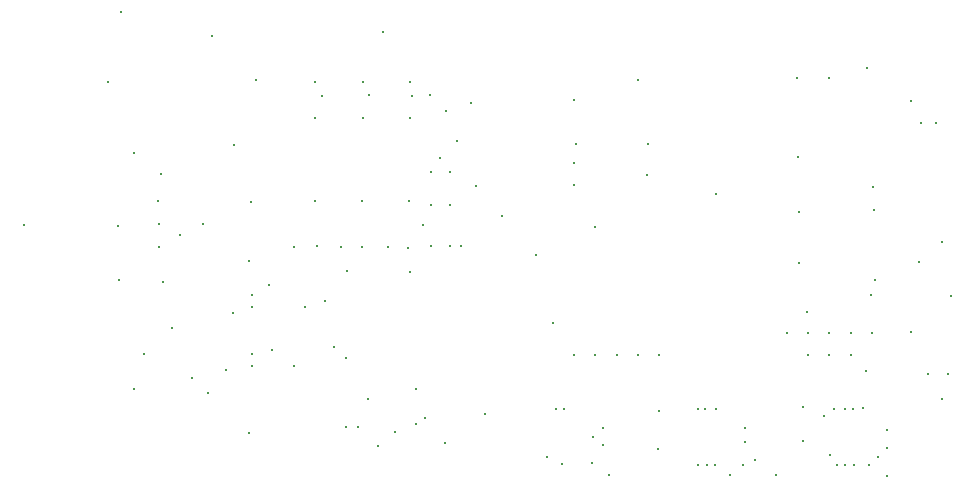
<source format=gbr>
%TF.GenerationSoftware,Altium Limited,Altium Designer,20.0.13 (296)*%
G04 Layer_Color=0*
%FSLAX26Y26*%
%MOIN*%
%TF.FileFunction,Plated,1,2,Blind,Drill*%
%TF.Part,Single*%
G01*
G75*
%TA.AperFunction,ViaDrill,NotFilled*%
%ADD346C,0.007874*%
D346*
X2624016Y217520D02*
D03*
X2625984Y103347D02*
D03*
X2903543Y-13780D02*
D03*
X3087598Y243110D02*
D03*
X2986220Y467520D02*
D03*
X3118110Y585630D02*
D03*
X2073819Y1306102D02*
D03*
X1224409Y1465551D02*
D03*
X1413386Y1045276D02*
D03*
X1623032Y852362D02*
D03*
X2109252Y1094488D02*
D03*
X2105315Y991142D02*
D03*
X2333661Y927165D02*
D03*
X2839567Y1346457D02*
D03*
X2985236Y1237205D02*
D03*
X2851378Y589567D02*
D03*
X2860236Y872047D02*
D03*
X2859252Y948819D02*
D03*
X2607284Y1049213D02*
D03*
X2610236Y865158D02*
D03*
X2611220Y695866D02*
D03*
X2638780Y532480D02*
D03*
X2833661Y336614D02*
D03*
X2695866Y187992D02*
D03*
X2713583Y57087D02*
D03*
X1922244Y30512D02*
D03*
X1926181Y118110D02*
D03*
X2423228Y23622D02*
D03*
X2144685Y201772D02*
D03*
X2141732Y76772D02*
D03*
X1175197Y244095D02*
D03*
X1208661Y86614D02*
D03*
X1432087Y97441D02*
D03*
X1564961Y194882D02*
D03*
X1733268Y722441D02*
D03*
X1021654Y1252953D02*
D03*
X1179134Y1255906D02*
D03*
X1320866Y1254921D02*
D03*
X1516732Y1231299D02*
D03*
X1535433Y952756D02*
D03*
X1153543Y750000D02*
D03*
X1309055Y748032D02*
D03*
X1315945Y666339D02*
D03*
X1106299Y669291D02*
D03*
X1005905Y754921D02*
D03*
X549213Y791339D02*
D03*
X845472Y625000D02*
D03*
X853346Y406496D02*
D03*
X701772Y339567D02*
D03*
X641732Y262795D02*
D03*
X777559Y128937D02*
D03*
X352362Y1532480D02*
D03*
X655512Y1451772D02*
D03*
X803150Y1306102D02*
D03*
X727362Y1089567D02*
D03*
X483268Y992126D02*
D03*
X475394Y904528D02*
D03*
X783465Y899606D02*
D03*
X723425Y531496D02*
D03*
X778543Y703740D02*
D03*
X345472Y638779D02*
D03*
X492126Y634842D02*
D03*
X427165Y393701D02*
D03*
X3068307Y1163386D02*
D03*
X3018307D02*
D03*
X2712599Y1312401D02*
D03*
X2606299D02*
D03*
X1334646Y276083D02*
D03*
X1101378Y379921D02*
D03*
X1085433Y750000D02*
D03*
X1242913D02*
D03*
X1385827Y751968D02*
D03*
X1486220D02*
D03*
X1448819D02*
D03*
X927953Y750000D02*
D03*
X1862205Y391142D02*
D03*
X1263780Y134534D02*
D03*
X927953Y354331D02*
D03*
X1933071Y816338D02*
D03*
X2533465Y-9843D02*
D03*
X2381890D02*
D03*
X2332677Y24353D02*
D03*
X2305118D02*
D03*
X2273622D02*
D03*
X1978347Y-9843D02*
D03*
X1959547Y147638D02*
D03*
Y88583D02*
D03*
X2874016Y50197D02*
D03*
X2431988Y147638D02*
D03*
X2464060Y38509D02*
D03*
X2431988Y98740D02*
D03*
X3086614Y765315D02*
D03*
X623425Y825787D02*
D03*
X1061024Y415354D02*
D03*
X1030315Y570866D02*
D03*
X966142Y550000D02*
D03*
X478937Y749016D02*
D03*
X1820866Y27559D02*
D03*
X1770276Y50197D02*
D03*
X2866141Y639173D02*
D03*
X1313091Y904626D02*
D03*
X2905709Y78740D02*
D03*
X1791339Y497441D02*
D03*
X787402Y393701D02*
D03*
Y590551D02*
D03*
Y354331D02*
D03*
Y551181D02*
D03*
X1334646Y161417D02*
D03*
X1365551Y181102D02*
D03*
X1102362Y149016D02*
D03*
X1141732D02*
D03*
X1359449Y824409D02*
D03*
X308071Y1299213D02*
D03*
X393701Y1062992D02*
D03*
X3109370Y326850D02*
D03*
X3041614Y326772D02*
D03*
X29528Y824803D02*
D03*
X1434055Y1202756D02*
D03*
X393701Y275591D02*
D03*
X2905709Y140000D02*
D03*
X3011811Y698898D02*
D03*
X521654Y480945D02*
D03*
X478937Y825787D02*
D03*
X342520Y818405D02*
D03*
X2273622Y209646D02*
D03*
X2333661D02*
D03*
X2299213D02*
D03*
X2790430Y210125D02*
D03*
X2824803Y211811D02*
D03*
X2765748Y209646D02*
D03*
X2728555D02*
D03*
X587795Y313091D02*
D03*
X1801307Y209968D02*
D03*
X1828870Y209843D02*
D03*
X1385827Y889764D02*
D03*
X2783464Y462008D02*
D03*
X2570866D02*
D03*
X2712598Y391142D02*
D03*
X2641732D02*
D03*
X2794776Y24606D02*
D03*
X2736670Y23720D02*
D03*
X2765748D02*
D03*
X2844488D02*
D03*
X1862205Y1241535D02*
D03*
X1868110Y1093504D02*
D03*
X1862205Y1028937D02*
D03*
Y958071D02*
D03*
X1933071Y391142D02*
D03*
X2003937D02*
D03*
X2074803D02*
D03*
X2145669D02*
D03*
X2641732Y462008D02*
D03*
X2712598D02*
D03*
X2854330D02*
D03*
X2783464Y391142D02*
D03*
X1314173Y1299213D02*
D03*
X1448819Y889764D02*
D03*
Y1000000D02*
D03*
X1156693Y1298706D02*
D03*
X1385827Y1000000D02*
D03*
X1155610Y904626D02*
D03*
X997047Y903543D02*
D03*
X1471653Y1102362D02*
D03*
X1379921Y1257874D02*
D03*
X1314173Y1181102D02*
D03*
X1156693D02*
D03*
X999213Y1299213D02*
D03*
Y1181102D02*
D03*
%TF.MD5,1388bf38924f99e494abef57e86cdf20*%
M02*

</source>
